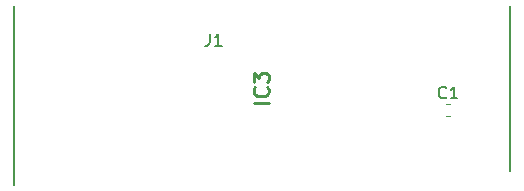
<source format=gbr>
G04 #@! TF.GenerationSoftware,KiCad,Pcbnew,(5.1.5)-3*
G04 #@! TF.CreationDate,2021-07-01T11:46:27+03:00*
G04 #@! TF.ProjectId,ISAMEM,4953414d-454d-42e6-9b69-6361645f7063,rev?*
G04 #@! TF.SameCoordinates,Original*
G04 #@! TF.FileFunction,Legend,Top*
G04 #@! TF.FilePolarity,Positive*
%FSLAX46Y46*%
G04 Gerber Fmt 4.6, Leading zero omitted, Abs format (unit mm)*
G04 Created by KiCad (PCBNEW (5.1.5)-3) date 2021-07-01 11:46:27*
%MOMM*%
%LPD*%
G04 APERTURE LIST*
%ADD10C,0.200000*%
%ADD11C,0.120000*%
%ADD12C,0.254000*%
%ADD13C,0.150000*%
G04 APERTURE END LIST*
D10*
X232092000Y-118491000D02*
X232092000Y-104521000D01*
X190056000Y-119718000D02*
X190056000Y-104521000D01*
D11*
X226684721Y-113843907D02*
X227010279Y-113843907D01*
X226684721Y-112823907D02*
X227010279Y-112823907D01*
D12*
X211648523Y-112745761D02*
X210378523Y-112745761D01*
X211527571Y-111415285D02*
X211588047Y-111475761D01*
X211648523Y-111657190D01*
X211648523Y-111778142D01*
X211588047Y-111959571D01*
X211467095Y-112080523D01*
X211346142Y-112141000D01*
X211104238Y-112201476D01*
X210922809Y-112201476D01*
X210680904Y-112141000D01*
X210559952Y-112080523D01*
X210439000Y-111959571D01*
X210378523Y-111778142D01*
X210378523Y-111657190D01*
X210439000Y-111475761D01*
X210499476Y-111415285D01*
X210378523Y-110991952D02*
X210378523Y-110205761D01*
X210862333Y-110629095D01*
X210862333Y-110447666D01*
X210922809Y-110326714D01*
X210983285Y-110266238D01*
X211104238Y-110205761D01*
X211406619Y-110205761D01*
X211527571Y-110266238D01*
X211588047Y-110326714D01*
X211648523Y-110447666D01*
X211648523Y-110810523D01*
X211588047Y-110931476D01*
X211527571Y-110991952D01*
D13*
X226680833Y-112261049D02*
X226633214Y-112308668D01*
X226490357Y-112356287D01*
X226395119Y-112356287D01*
X226252261Y-112308668D01*
X226157023Y-112213430D01*
X226109404Y-112118192D01*
X226061785Y-111927716D01*
X226061785Y-111784859D01*
X226109404Y-111594383D01*
X226157023Y-111499145D01*
X226252261Y-111403907D01*
X226395119Y-111356287D01*
X226490357Y-111356287D01*
X226633214Y-111403907D01*
X226680833Y-111451526D01*
X227633214Y-112356287D02*
X227061785Y-112356287D01*
X227347500Y-112356287D02*
X227347500Y-111356287D01*
X227252261Y-111499145D01*
X227157023Y-111594383D01*
X227061785Y-111642002D01*
X206676666Y-106894380D02*
X206676666Y-107608666D01*
X206629047Y-107751523D01*
X206533809Y-107846761D01*
X206390952Y-107894380D01*
X206295714Y-107894380D01*
X207676666Y-107894380D02*
X207105238Y-107894380D01*
X207390952Y-107894380D02*
X207390952Y-106894380D01*
X207295714Y-107037238D01*
X207200476Y-107132476D01*
X207105238Y-107180095D01*
M02*

</source>
